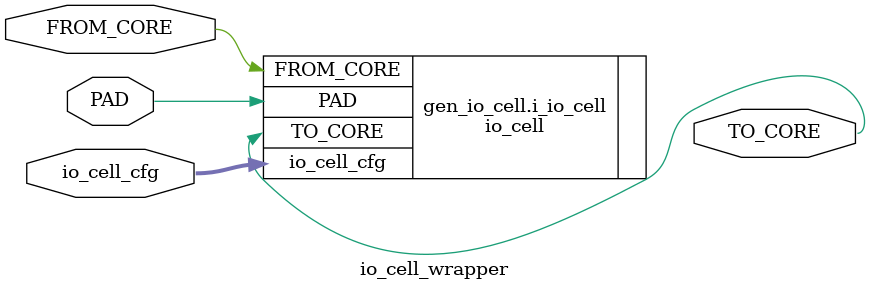
<source format=sv>
/*
  Project: Edu4Chip
  Module(s): io_cell_wrapper
  Contributors:
    * Matti Käyrä (matti.kayra@tuni.fi)
  Description:
    * Wrapper module for IO cell selection
*/

module io_cell_wrapper #(
    parameter CELL_TYPE = 0,
    parameter IOCELL_CFG_W = 3
  )(
    input  logic [IOCELL_CFG_W-1:0] io_cell_cfg,
    input  logic FROM_CORE,
    output logic TO_CORE,
    inout  wire  PAD 
  );

  generate
    if (CELL_TYPE == 0) begin: gen_io_cell

      io_cell #(
          .CONF_WIDTH(IOCELL_CFG_W)
      ) i_io_cell(
          .io_cell_cfg(io_cell_cfg),
          .FROM_CORE(FROM_CORE),
          .TO_CORE(TO_CORE),
          .PAD(PAD)
      );

    end
    if (CELL_TYPE == 1) begin: gen_o_cell

      o_cell i_o_cell(
          .FROM_CORE(FROM_CORE),
          .PAD(PAD)
      );
      
      logic tieoff_core;

      assign tieoff_core = 1'b0;
      assign TO_CORE = tieoff_core;

    end
    if (CELL_TYPE == 2) begin: gen_i_cell

      i_cell i_i_cell(
          .TO_CORE(TO_CORE),
          .PAD(PAD)
      );

    end
  endgenerate

endmodule

</source>
